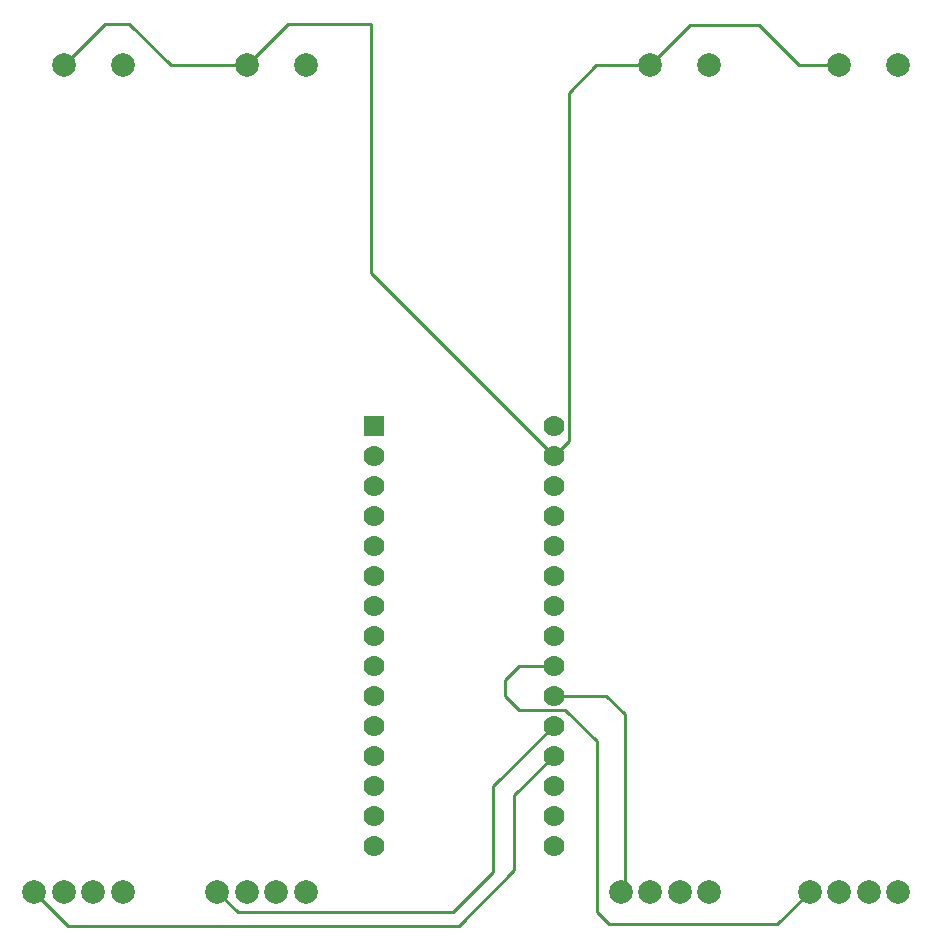
<source format=gtl>
G04 Layer: TopLayer*
G04 EasyEDA v6.3.53, 2020-06-28T18:38:07+02:00*
G04 af82a4ba73104de48942a1140a1abb13,10*
G04 Gerber Generator version 0.2*
G04 Scale: 100 percent, Rotated: No, Reflected: No *
G04 Dimensions in millimeters *
G04 leading zeros omitted , absolute positions ,3 integer and 3 decimal *
%FSLAX33Y33*%
%MOMM*%
G90*
G71D02*

%ADD11C,0.250012*%
%ADD12R,1.778000X1.778000*%
%ADD13C,1.778000*%
%ADD14C,1.999996*%

%LPD*%
G54D11*
G01X26690Y74861D02*
G01X20271Y74861D01*
G01X16764Y78369D01*
G01X14703Y78369D01*
G01X11196Y74861D01*
G01X26690Y74861D02*
G01X30197Y78369D01*
G01X37211Y78369D01*
G01X37211Y57287D01*
G01X52705Y41793D01*
G01X52705Y16393D02*
G01X49335Y13024D01*
G01X49335Y6674D01*
G01X44636Y1975D01*
G01X11582Y1975D01*
G01X8695Y4861D01*
G01X24189Y4861D02*
G01X25933Y3118D01*
G01X44128Y3118D01*
G01X47557Y6547D01*
G01X47557Y13786D01*
G01X52705Y18933D01*
G01X74355Y4861D02*
G01X71594Y2102D01*
G01X57337Y2102D01*
G01X56321Y3118D01*
G01X56321Y17596D01*
G01X53654Y20263D01*
G01X49717Y20263D01*
G01X48574Y21406D01*
G01X48574Y22803D01*
G01X49717Y23946D01*
G01X52638Y23946D01*
G01X52705Y24013D01*
G01X52705Y21473D02*
G01X57142Y21473D01*
G01X58733Y19882D01*
G01X58733Y5242D01*
G01X58352Y4861D01*
G01X60853Y74861D02*
G01X56309Y74861D01*
G01X53975Y72527D01*
G01X53975Y43063D01*
G01X52705Y41793D01*
G01X76855Y74861D02*
G01X73484Y74861D01*
G01X70104Y78242D01*
G01X64233Y78242D01*
G01X60853Y74861D01*
G54D12*
G01X37465Y44333D03*
G54D13*
G01X37465Y41793D03*
G01X37465Y39253D03*
G01X37465Y36713D03*
G01X37465Y34173D03*
G01X37465Y31633D03*
G01X37465Y29093D03*
G01X37465Y26553D03*
G01X37465Y24013D03*
G01X37465Y21473D03*
G01X37465Y18933D03*
G01X37465Y16393D03*
G01X37465Y13853D03*
G01X37465Y11313D03*
G01X37465Y8773D03*
G01X52705Y44333D03*
G01X52705Y41793D03*
G01X52705Y39253D03*
G01X52705Y36713D03*
G01X52705Y34173D03*
G01X52705Y31633D03*
G01X52705Y29093D03*
G01X52705Y26553D03*
G01X52705Y24013D03*
G01X52705Y21473D03*
G01X52705Y18933D03*
G01X52705Y16393D03*
G01X52705Y13853D03*
G01X52705Y11313D03*
G01X52705Y8773D03*
G54D14*
G01X74354Y4861D03*
G01X76855Y4861D03*
G01X79355Y4861D03*
G01X81855Y4861D03*
G01X76855Y74862D03*
G01X81855Y74862D03*
G01X58352Y4861D03*
G01X60853Y4861D03*
G01X63353Y4861D03*
G01X65853Y4861D03*
G01X60853Y74862D03*
G01X65853Y74862D03*
G01X24189Y4861D03*
G01X26690Y4861D03*
G01X29190Y4861D03*
G01X31690Y4861D03*
G01X26690Y74862D03*
G01X31690Y74862D03*
G01X11196Y74861D03*
G01X16196Y74861D03*
G01X8695Y4861D03*
G01X11196Y4861D03*
G01X13696Y4861D03*
G01X16196Y4861D03*
M00*
M02*

</source>
